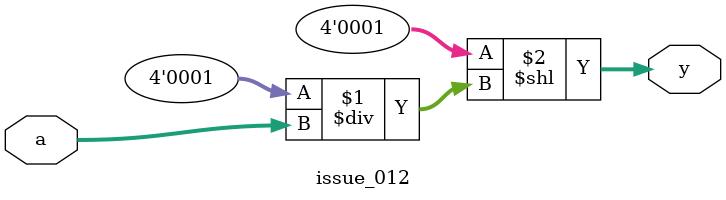
<source format=v>
module issue_012(a, y);
  // https://github.com/steveicarus/iverilog/issues/7
  input [3:0] a;
  output [3:0] y;
  // icarus verilog (git d1c9dd5) does not correctly propagate undef thru power
  // operator (y should be 4'bx when a is zero, but iverilog returns 4'd1).
  assign y = 4'd2 ** (4'd1/a);
endmodule

</source>
